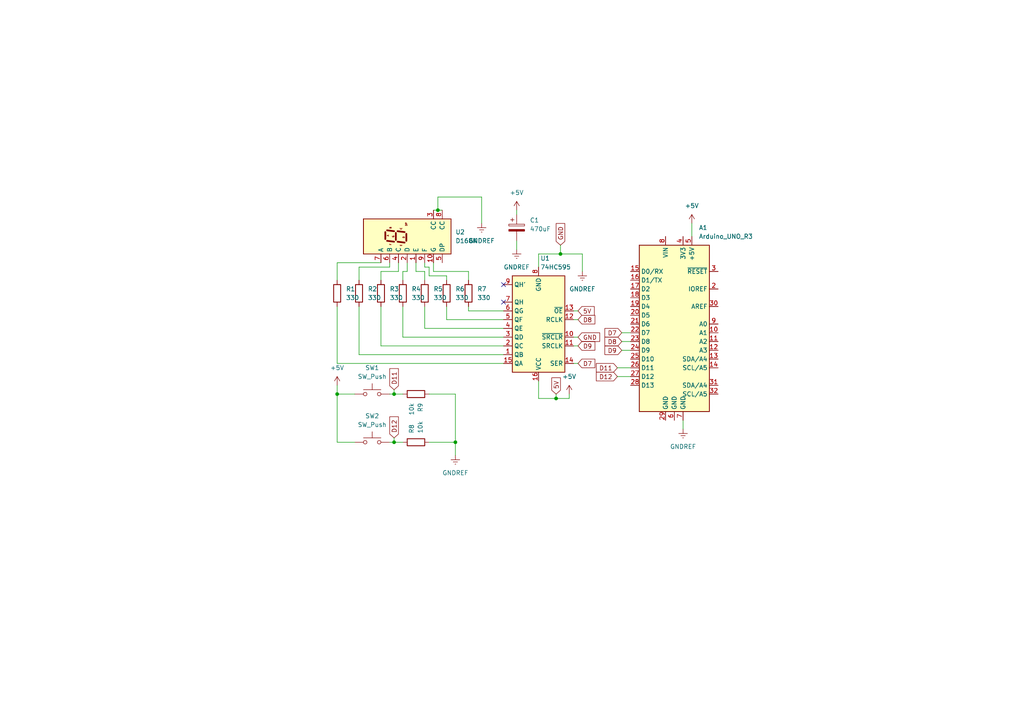
<source format=kicad_sch>
(kicad_sch (version 20211123) (generator eeschema)
  (paper "A4")
  (lib_symbols
    (symbol "74xx:74HC595"
      (property "Reference" "U" (at -7.62 13.97 0))
      (property "Value" "74HC595" (at -7.62 -16.51 0))
      (symbol "74HC595_1_0"
        (pin tri_state line (at 10.16 7.62 180) (length 2.54) (name "QB") (number "1"))
        (pin input line (at -10.16 2.54 0) (length 2.54) (name "~{SRCLR}") (number "10"))
        (pin input line (at -10.16 5.08 0) (length 2.54) (name "SRCLK") (number "11"))
        (pin input line (at -10.16 -2.54 0) (length 2.54) (name "RCLK") (number "12"))
        (pin input line (at -10.16 -5.08 0) (length 2.54) (name "~{OE}") (number "13"))
        (pin input line (at -10.16 10.16 0) (length 2.54) (name "SER") (number "14"))
        (pin tri_state line (at 10.16 10.16 180) (length 2.54) (name "QA") (number "15"))
        (pin power_in line (at 0 15.24 270) (length 2.54) (name "VCC") (number "16"))
        (pin tri_state line (at 10.16 5.08 180) (length 2.54) (name "QC") (number "2"))
        (pin tri_state line (at 10.16 2.54 180) (length 2.54) (name "QD") (number "3"))
        (pin tri_state line (at 10.16 0 180) (length 2.54) (name "QE") (number "4"))
        (pin tri_state line (at 10.16 -2.54 180) (length 2.54) (name "QF") (number "5"))
        (pin tri_state line (at 10.16 -5.08 180) (length 2.54) (name "QG") (number "6"))
        (pin tri_state line (at 10.16 -7.62 180) (length 2.54) (name "QH") (number "7"))
        (pin power_in line (at 0 -17.78 90) (length 2.54) (name "GND") (number "8"))
        (pin output line (at 10.16 -12.7 180) (length 2.54) (name "QH'") (number "9"))
      )
      (symbol "74HC595_1_1"
        (rectangle (start -7.62 12.7) (end 7.62 -15.24) (stroke (width 0.254)) (fill (type background)))
      )
    )
    (symbol "Device:C_Polarized" (pin_numbers hide) (pin_names (offset 0.254))
      (property "Reference" "C" (at 0.635 2.54 0))
      (property "Value" "C_Polarized" (at 0.635 -2.54 0))
      (symbol "C_Polarized_0_1"
        (rectangle (start -2.286 0.508) (end 2.286 1.016))
        (polyline (pts (xy -1.778 2.286) (xy -0.762 2.286)))
        (polyline (pts (xy -1.27 2.794) (xy -1.27 1.778)))
        (rectangle (start 2.286 -0.508) (end -2.286 -1.016) (fill (type outline)))
      )
      (symbol "C_Polarized_1_1"
        (pin passive line (at 0 3.81 270) (length 2.794) (name "~") (number "1"))
        (pin passive line (at 0 -3.81 90) (length 2.794) (name "~") (number "2"))
      )
    )
    (symbol "Device:R" (pin_numbers hide) (pin_names (offset 0))
      (property "Reference" "R" (at 2.032 0 90))
      (property "Value" "R" (at 0 0 90))
      (symbol "R_0_1"
        (rectangle (start -1.016 -2.54) (end 1.016 2.54) (stroke (width 0.254)))
      )
      (symbol "R_1_1"
        (pin passive line (at 0 3.81 270) (length 1.27) (name "~") (number "1"))
        (pin passive line (at 0 -3.81 90) (length 1.27) (name "~") (number "2"))
      )
    )
    (symbol "Display_Character:D168K"
      (property "Reference" "U" (at -2.54 13.97 0))
      (property "Value" "D168K" (at 1.27 13.97 0))
      (symbol "D168K_0_0"
        (text "A" (at 0.254 5.588 0) (effects (font (size 0.508 0.508))))
        (text "B" (at 2.54 4.826 0) (effects (font (size 0.508 0.508))))
        (text "C" (at 2.286 1.778 0) (effects (font (size 0.508 0.508))))
        (text "D" (at -0.254 1.016 0) (effects (font (size 0.508 0.508))))
        (text "DP" (at 3.556 0.254 0) (effects (font (size 0.508 0.508))))
        (text "E" (at -2.54 1.778 0) (effects (font (size 0.508 0.508))))
        (text "F" (at -2.286 4.826 0) (effects (font (size 0.508 0.508))))
        (text "G" (at 0 4.064 0) (effects (font (size 0.508 0.508))))
      )
      (symbol "D168K_0_1"
        (rectangle (start -5.08 12.7) (end 5.08 -12.7) (stroke (width 0.254)) (fill (type background)))
        (polyline (pts (xy -1.524 2.794) (xy -1.778 0.762)) (stroke (width 0.508)))
        (polyline (pts (xy -1.27 0.254) (xy 0.762 0.254)) (stroke (width 0.508)))
        (polyline (pts (xy -1.27 5.842) (xy -1.524 3.81)) (stroke (width 0.508)))
        (polyline (pts (xy -1.016 3.302) (xy 1.016 3.302)) (stroke (width 0.508)))
        (polyline (pts (xy -0.762 6.35) (xy 1.27 6.35)) (stroke (width 0.508)))
        (polyline (pts (xy 1.524 2.794) (xy 1.27 0.762)) (stroke (width 0.508)))
        (polyline (pts (xy 1.778 5.842) (xy 1.524 3.81)) (stroke (width 0.508)))
        (polyline (pts (xy 2.54 0.254) (xy 2.54 0.254)) (stroke (width 0.508)))
      )
      (symbol "D168K_1_1"
        (pin input line (at -7.62 -2.54 0) (length 2.54) (name "E") (number "1"))
        (pin input line (at -7.62 -7.62 0) (length 2.54) (name "G") (number "10"))
        (pin input line (at -7.62 0 0) (length 2.54) (name "D") (number "2"))
        (pin input line (at 7.62 -7.62 180) (length 2.54) (name "CC") (number "3"))
        (pin input line (at -7.62 2.54 0) (length 2.54) (name "C") (number "4"))
        (pin input line (at -7.62 -10.16 0) (length 2.54) (name "DP") (number "5"))
        (pin input line (at -7.62 5.08 0) (length 2.54) (name "B") (number "6"))
        (pin input line (at -7.62 7.62 0) (length 2.54) (name "A") (number "7"))
        (pin input line (at 7.62 -10.16 180) (length 2.54) (name "CC") (number "8"))
        (pin input line (at -7.62 -5.08 0) (length 2.54) (name "F") (number "9"))
      )
    )
    (symbol "MCU_Module:Arduino_UNO_R3"
      (property "Reference" "A" (at -10.16 23.495 0))
      (property "Value" "Arduino_UNO_R3" (at 5.08 -26.67 0))
      (symbol "Arduino_UNO_R3_0_1"
        (rectangle (start -10.16 22.86) (end 10.16 -25.4) (stroke (width 0.254)) (fill (type background)))
      )
      (symbol "Arduino_UNO_R3_1_1"
        (pin no_connect line (at -10.16 -20.32 0) (length 2.54) hide (name "NC") (number "1"))
        (pin bidirectional line (at 12.7 -2.54 180) (length 2.54) (name "A1") (number "10"))
        (pin bidirectional line (at 12.7 -5.08 180) (length 2.54) (name "A2") (number "11"))
        (pin bidirectional line (at 12.7 -7.62 180) (length 2.54) (name "A3") (number "12"))
        (pin bidirectional line (at 12.7 -10.16 180) (length 2.54) (name "SDA/A4") (number "13"))
        (pin bidirectional line (at 12.7 -12.7 180) (length 2.54) (name "SCL/A5") (number "14"))
        (pin bidirectional line (at -12.7 15.24 0) (length 2.54) (name "D0/RX") (number "15"))
        (pin bidirectional line (at -12.7 12.7 0) (length 2.54) (name "D1/TX") (number "16"))
        (pin bidirectional line (at -12.7 10.16 0) (length 2.54) (name "D2") (number "17"))
        (pin bidirectional line (at -12.7 7.62 0) (length 2.54) (name "D3") (number "18"))
        (pin bidirectional line (at -12.7 5.08 0) (length 2.54) (name "D4") (number "19"))
        (pin output line (at 12.7 10.16 180) (length 2.54) (name "IOREF") (number "2"))
        (pin bidirectional line (at -12.7 2.54 0) (length 2.54) (name "D5") (number "20"))
        (pin bidirectional line (at -12.7 0 0) (length 2.54) (name "D6") (number "21"))
        (pin bidirectional line (at -12.7 -2.54 0) (length 2.54) (name "D7") (number "22"))
        (pin bidirectional line (at -12.7 -5.08 0) (length 2.54) (name "D8") (number "23"))
        (pin bidirectional line (at -12.7 -7.62 0) (length 2.54) (name "D9") (number "24"))
        (pin bidirectional line (at -12.7 -10.16 0) (length 2.54) (name "D10") (number "25"))
        (pin bidirectional line (at -12.7 -12.7 0) (length 2.54) (name "D11") (number "26"))
        (pin bidirectional line (at -12.7 -15.24 0) (length 2.54) (name "D12") (number "27"))
        (pin bidirectional line (at -12.7 -17.78 0) (length 2.54) (name "D13") (number "28"))
        (pin power_in line (at -2.54 -27.94 90) (length 2.54) (name "GND") (number "29"))
        (pin input line (at 12.7 15.24 180) (length 2.54) (name "~{RESET}") (number "3"))
        (pin input line (at 12.7 5.08 180) (length 2.54) (name "AREF") (number "30"))
        (pin bidirectional line (at 12.7 -17.78 180) (length 2.54) (name "SDA/A4") (number "31"))
        (pin bidirectional line (at 12.7 -20.32 180) (length 2.54) (name "SCL/A5") (number "32"))
        (pin power_out line (at 2.54 25.4 270) (length 2.54) (name "3V3") (number "4"))
        (pin power_out line (at 5.08 25.4 270) (length 2.54) (name "+5V") (number "5"))
        (pin power_in line (at 0 -27.94 90) (length 2.54) (name "GND") (number "6"))
        (pin power_in line (at 2.54 -27.94 90) (length 2.54) (name "GND") (number "7"))
        (pin power_in line (at -2.54 25.4 270) (length 2.54) (name "VIN") (number "8"))
        (pin bidirectional line (at 12.7 0 180) (length 2.54) (name "A0") (number "9"))
      )
    )
    (symbol "Switch:SW_Push" (pin_numbers hide) (pin_names (offset 1.016) hide)
      (property "Reference" "SW" (at 1.27 2.54 0))
      (property "Value" "SW_Push" (at 0 -1.524 0))
      (symbol "SW_Push_0_1"
        (circle (center -2.032 0) (radius 0.508))
        (polyline (pts (xy 0 1.27) (xy 0 3.048)))
        (polyline (pts (xy 2.54 1.27) (xy -2.54 1.27)))
        (circle (center 2.032 0) (radius 0.508))
        (pin passive line (at -5.08 0 0) (length 2.54) (name "1") (number "1"))
        (pin passive line (at 5.08 0 180) (length 2.54) (name "2") (number "2"))
      )
    )
    (symbol "power:+5V" (power) (pin_names (offset 0))
      (property "Value" "+5V" (at 0 3.556 0))
      (symbol "+5V_0_1"
        (polyline (pts (xy -0.762 1.27) (xy 0 2.54)))
        (polyline (pts (xy 0 0) (xy 0 2.54)))
        (polyline (pts (xy 0 2.54) (xy 0.762 1.27)))
      )
      (symbol "+5V_1_1"
        (pin power_in line (at 0 0 90) (length 0) hide (name "+5V") (number "1"))
      )
    )
    (symbol "power:GNDREF" (power) (pin_names (offset 0))
      (property "Value" "GNDREF" (at 0 -3.81 0))
      (symbol "GNDREF_0_1"
        (polyline (pts (xy -0.635 -1.905) (xy 0.635 -1.905)))
        (polyline (pts (xy -0.127 -2.54) (xy 0.127 -2.54)))
        (polyline (pts (xy 0 -1.27) (xy 0 0)))
        (polyline (pts (xy 1.27 -1.27) (xy -1.27 -1.27)))
      )
      (symbol "GNDREF_1_1"
        (pin power_in line (at 0 0 270) (length 0) hide (name "GNDREF") (number "1"))
      )
    )
  )
  (junction (at 114.3 114.3))
  (junction (at 127 60.96))
  (junction (at 161.29 115.57))
  (junction (at 132.08 128.27))
  (junction (at 97.79 114.3))
  (junction (at 114.3 128.27))
  (junction (at 162.56 73.66))
  (no_connect (at 146.05 87.63))
  (no_connect (at 146.05 82.55))
  (wire (pts (xy 146.05 105.41) (xy 97.79 105.41)))
  (wire (pts (xy 124.46 77.47) (xy 123.19 77.47)))
  (wire (pts (xy 124.46 80.01) (xy 124.46 77.47)))
  (wire (pts (xy 129.54 80.01) (xy 124.46 80.01)))
  (wire (pts (xy 97.79 81.28) (xy 97.79 76.2)))
  (wire (pts (xy 116.84 81.28) (xy 116.84 78.74)))
  (wire (pts (xy 123.19 81.28) (xy 123.19 78.74)))
  (wire (pts (xy 114.3 113.03) (xy 114.3 114.3)))
  (wire (pts (xy 146.05 92.71) (xy 129.54 92.71)))
  (wire (pts (xy 110.49 78.74) (xy 115.57 78.74)))
  (wire (pts (xy 97.79 114.3) (xy 102.87 114.3)))
  (wire (pts (xy 116.84 78.74) (xy 118.11 78.74)))
  (wire (pts (xy 114.3 128.27) (xy 116.84 128.27)))
  (wire (pts (xy 156.21 110.49) (xy 156.21 115.57)))
  (wire (pts (xy 104.14 81.28) (xy 104.14 77.47)))
  (wire (pts (xy 180.34 101.6) (xy 182.88 101.6)))
  (wire (pts (xy 104.14 88.9) (xy 104.14 102.87)))
  (wire (pts (xy 149.86 69.85) (xy 149.86 72.39)))
  (wire (pts (xy 165.1 115.57) (xy 165.1 114.3)))
  (wire (pts (xy 124.46 128.27) (xy 132.08 128.27)))
  (wire (pts (xy 139.7 57.15) (xy 139.7 64.77)))
  (wire (pts (xy 132.08 114.3) (xy 132.08 128.27)))
  (wire (pts (xy 161.29 114.3) (xy 161.29 115.57)))
  (wire (pts (xy 124.46 114.3) (xy 132.08 114.3)))
  (wire (pts (xy 198.12 121.92) (xy 198.12 124.46)))
  (wire (pts (xy 123.19 88.9) (xy 123.19 95.25)))
  (wire (pts (xy 120.65 78.74) (xy 120.65 76.2)))
  (wire (pts (xy 113.03 114.3) (xy 114.3 114.3)))
  (wire (pts (xy 168.91 73.66) (xy 168.91 78.74)))
  (wire (pts (xy 180.34 99.06) (xy 182.88 99.06)))
  (wire (pts (xy 132.08 128.27) (xy 132.08 132.08)))
  (wire (pts (xy 125.73 76.2) (xy 125.73 78.74)))
  (wire (pts (xy 115.57 76.2) (xy 115.57 78.74)))
  (wire (pts (xy 123.19 77.47) (xy 123.19 76.2)))
  (wire (pts (xy 156.21 115.57) (xy 161.29 115.57)))
  (wire (pts (xy 162.56 71.12) (xy 162.56 73.66)))
  (wire (pts (xy 146.05 100.33) (xy 110.49 100.33)))
  (wire (pts (xy 146.05 97.79) (xy 116.84 97.79)))
  (wire (pts (xy 97.79 76.2) (xy 110.49 76.2)))
  (wire (pts (xy 166.37 92.71) (xy 167.64 92.71)))
  (wire (pts (xy 127 60.96) (xy 128.27 60.96)))
  (wire (pts (xy 156.21 73.66) (xy 162.56 73.66)))
  (wire (pts (xy 166.37 105.41) (xy 167.64 105.41)))
  (wire (pts (xy 129.54 81.28) (xy 129.54 80.01)))
  (wire (pts (xy 97.79 114.3) (xy 97.79 128.27)))
  (wire (pts (xy 166.37 97.79) (xy 167.64 97.79)))
  (wire (pts (xy 179.07 106.68) (xy 182.88 106.68)))
  (wire (pts (xy 135.89 88.9) (xy 135.89 90.17)))
  (wire (pts (xy 110.49 81.28) (xy 110.49 78.74)))
  (wire (pts (xy 162.56 73.66) (xy 168.91 73.66)))
  (wire (pts (xy 127 57.15) (xy 127 60.96)))
  (wire (pts (xy 180.34 96.52) (xy 182.88 96.52)))
  (wire (pts (xy 127 57.15) (xy 139.7 57.15)))
  (wire (pts (xy 125.73 78.74) (xy 135.89 78.74)))
  (wire (pts (xy 135.89 78.74) (xy 135.89 81.28)))
  (wire (pts (xy 114.3 127) (xy 114.3 128.27)))
  (wire (pts (xy 97.79 111.76) (xy 97.79 114.3)))
  (wire (pts (xy 146.05 95.25) (xy 123.19 95.25)))
  (wire (pts (xy 129.54 88.9) (xy 129.54 92.71)))
  (wire (pts (xy 118.11 76.2) (xy 118.11 78.74)))
  (wire (pts (xy 113.03 76.2) (xy 113.03 77.47)))
  (wire (pts (xy 125.73 60.96) (xy 127 60.96)))
  (wire (pts (xy 200.66 64.77) (xy 200.66 68.58)))
  (wire (pts (xy 113.03 128.27) (xy 114.3 128.27)))
  (wire (pts (xy 161.29 115.57) (xy 165.1 115.57)))
  (wire (pts (xy 166.37 90.17) (xy 167.64 90.17)))
  (wire (pts (xy 116.84 97.79) (xy 116.84 88.9)))
  (wire (pts (xy 114.3 114.3) (xy 116.84 114.3)))
  (wire (pts (xy 149.86 60.96) (xy 149.86 62.23)))
  (wire (pts (xy 123.19 78.74) (xy 120.65 78.74)))
  (wire (pts (xy 104.14 77.47) (xy 113.03 77.47)))
  (wire (pts (xy 110.49 88.9) (xy 110.49 100.33)))
  (wire (pts (xy 146.05 90.17) (xy 135.89 90.17)))
  (wire (pts (xy 156.21 77.47) (xy 156.21 73.66)))
  (wire (pts (xy 166.37 100.33) (xy 167.64 100.33)))
  (wire (pts (xy 97.79 105.41) (xy 97.79 88.9)))
  (wire (pts (xy 179.07 109.22) (xy 182.88 109.22)))
  (wire (pts (xy 97.79 128.27) (xy 102.87 128.27)))
  (wire (pts (xy 146.05 102.87) (xy 104.14 102.87)))
  (global_label "D9" (shape input) (at 167.64 100.33 0) (property "Referencias entre hojas" "${INTERSHEET_REFS}" (effects hide)))
  (global_label "D8" (shape input) (at 180.34 99.06 180) (property "Referencias entre hojas" "${INTERSHEET_REFS}" (effects hide)))
  (global_label "D12" (shape input) (at 114.3 127 90) (property "Referencias entre hojas" "${INTERSHEET_REFS}" (effects hide)))
  (global_label "5V" (shape input) (at 161.29 114.3 90) (property "Referencias entre hojas" "${INTERSHEET_REFS}" (effects hide)))
  (global_label "D7" (shape input) (at 180.34 96.52 180) (property "Referencias entre hojas" "${INTERSHEET_REFS}" (effects hide)))
  (global_label "GND" (shape input) (at 162.56 71.12 90) (property "Referencias entre hojas" "${INTERSHEET_REFS}" (effects hide)))
  (global_label "D11" (shape input) (at 114.3 113.03 90) (property "Referencias entre hojas" "${INTERSHEET_REFS}" (effects hide)))
  (global_label "5V" (shape input) (at 167.64 90.17 0) (property "Referencias entre hojas" "${INTERSHEET_REFS}" (effects hide)))
  (global_label "D9" (shape input) (at 180.34 101.6 180) (property "Referencias entre hojas" "${INTERSHEET_REFS}" (effects hide)))
  (global_label "D11" (shape input) (at 179.07 106.68 180) (property "Referencias entre hojas" "${INTERSHEET_REFS}" (effects hide)))
  (global_label "D7" (shape input) (at 167.64 105.41 0) (property "Referencias entre hojas" "${INTERSHEET_REFS}" (effects hide)))
  (global_label "D8" (shape input) (at 167.64 92.71 0) (property "Referencias entre hojas" "${INTERSHEET_REFS}" (effects hide)))
  (global_label "GND" (shape input) (at 167.64 97.79 0) (property "Referencias entre hojas" "${INTERSHEET_REFS}" (effects hide)))
  (global_label "D12" (shape input) (at 179.07 109.22 180) (property "Referencias entre hojas" "${INTERSHEET_REFS}" (effects hide)))
  (symbol (lib_id "power:GNDREF") (at 168.91 78.74 0) (unit 1)
    (property "Reference" "#PWR?" (effects hide))
    (property "Value" "GNDREF" (at 168.91 83.82 0))
  )
  (symbol (lib_id "power:GNDREF") (at 149.86 72.39 0) (unit 1)
    (property "Reference" "#PWR?" (effects hide))
    (property "Value" "GNDREF" (at 149.86 77.47 0))
  )
  (symbol (lib_id "power:+5V") (at 149.86 60.96 0) (unit 1)
    (property "Reference" "#PWR?" (effects hide))
    (property "Value" "+5V" (at 149.86 55.88 0))
  )
  (symbol (lib_id "Device:R") (at 110.49 85.09 180) (unit 1)
    (property "Reference" "R3" (at 113.03 83.8199 0) (effects (justify right)))
    (property "Value" "330" (at 113.03 86.3599 0) (effects (justify right)))
  )
  (symbol (lib_id "Device:R") (at 116.84 85.09 180) (unit 1)
    (property "Reference" "R4" (at 119.38 83.8199 0) (effects (justify right)))
    (property "Value" "330" (at 119.38 86.3599 0) (effects (justify right)))
  )
  (symbol (lib_id "Device:R") (at 120.65 114.3 270) (unit 1)
    (property "Reference" "R9" (at 121.9201 116.84 0) (effects (justify left)))
    (property "Value" "10k" (at 119.38 116.84 0) (effects (justify left)))
  )
  (symbol (lib_id "power:+5V") (at 200.66 64.77 0) (unit 1)
    (property "Reference" "#PWR?" (effects hide))
    (property "Value" "+5V" (at 200.66 59.69 0))
  )
  (symbol (lib_id "power:+5V") (at 97.79 111.76 0) (unit 1)
    (property "Reference" "#PWR?" (effects hide))
    (property "Value" "+5V" (at 97.79 106.68 0))
  )
  (symbol (lib_id "Device:C_Polarized") (at 149.86 66.04 0) (unit 1)
    (property "Reference" "C1" (at 153.67 63.8809 0) (effects (justify left)))
    (property "Value" "470uF" (at 153.67 66.4209 0) (effects (justify left)))
  )
  (symbol (lib_id "power:+5V") (at 165.1 114.3 0) (unit 1)
    (property "Reference" "#PWR?" (effects hide))
    (property "Value" "+5V" (at 165.1 109.22 0))
  )
  (symbol (lib_id "power:GNDREF") (at 198.12 124.46 0) (unit 1)
    (property "Reference" "#PWR?" (effects hide))
    (property "Value" "GNDREF" (at 198.12 129.54 0))
  )
  (symbol (lib_id "Switch:SW_Push") (at 107.95 114.3 0) (unit 1)
    (property "Reference" "SW1" (at 107.95 106.68 0))
    (property "Value" "SW_Push" (at 107.95 109.22 0))
  )
  (symbol (lib_id "Device:R") (at 120.65 128.27 90) (unit 1)
    (property "Reference" "R8" (at 119.3799 125.73 0) (effects (justify left)))
    (property "Value" "10k" (at 121.92 125.73 0) (effects (justify left)))
  )
  (symbol (lib_id "Device:R") (at 135.89 85.09 0) (unit 1)
    (property "Reference" "R7" (at 138.43 83.8199 0) (effects (justify left)))
    (property "Value" "330" (at 138.43 86.3599 0) (effects (justify left)))
  )
  (symbol (lib_id "power:GNDREF") (at 139.7 64.77 0) (unit 1)
    (property "Reference" "#PWR?" (effects hide))
    (property "Value" "GNDREF" (at 139.7 69.85 0))
  )
  (symbol (lib_id "Device:R") (at 104.14 85.09 180) (unit 1)
    (property "Reference" "R2" (at 106.68 83.8199 0) (effects (justify right)))
    (property "Value" "330" (at 106.68 86.3599 0) (effects (justify right)))
  )
  (symbol (lib_id "Device:R") (at 129.54 85.09 180) (unit 1)
    (property "Reference" "R6" (at 132.08 83.8199 0) (effects (justify right)))
    (property "Value" "330" (at 132.08 86.3599 0) (effects (justify right)))
  )
  (symbol (lib_id "Display_Character:D168K") (at 118.11 68.58 90) (unit 1)
    (property "Reference" "U2" (at 132.08 67.3099 90) (effects (justify right)))
    (property "Value" "D168K" (at 132.08 69.8499 90) (effects (justify right)))
    (property "Footprint" "Display_7Segment:D1X8K" (effects hide))
    (property "Datasheet" "https://ia800903.us.archive.org/24/items/CTKD1x8K/Cromatek%20D168K.pdf" (effects hide))
  )
  (symbol (lib_id "MCU_Module:Arduino_UNO_R3") (at 195.58 93.98 0) (unit 1)
    (property "Reference" "A1" (at 202.6794 66.04 0) (effects (justify left)))
    (property "Value" "Arduino_UNO_R3" (at 202.6794 68.58 0) (effects (justify left)))
    (property "Footprint" "Module:Arduino_UNO_R3" (effects hide))
    (property "Datasheet" "https://www.arduino.cc/en/Main/arduinoBoardUno" (effects hide))
  )
  (symbol (lib_id "Switch:SW_Push") (at 107.95 128.27 0) (unit 1)
    (property "Reference" "SW2" (at 107.95 120.65 0))
    (property "Value" "SW_Push" (at 107.95 123.19 0))
  )
  (symbol (lib_id "74xx:74HC595") (at 156.21 95.25 180) (unit 1)
    (property "Reference" "U1" (at 156.7306 74.93 0) (effects (justify right)))
    (property "Value" "74HC595" (at 156.7306 77.47 0) (effects (justify right)))
    (property "Datasheet" "http://www.ti.com/lit/ds/symlink/sn74hc595.pdf" (effects hide))
  )
  (symbol (lib_id "power:GNDREF") (at 132.08 132.08 0) (unit 1)
    (property "Reference" "#PWR?" (effects hide))
    (property "Value" "GNDREF" (at 132.08 137.16 0))
  )
  (symbol (lib_id "Device:R") (at 123.19 85.09 180) (unit 1)
    (property "Reference" "R5" (at 125.73 83.8199 0) (effects (justify right)))
    (property "Value" "330" (at 125.73 86.3599 0) (effects (justify right)))
  )
  (symbol (lib_id "Device:R") (at 97.79 85.09 0) (unit 1)
    (property "Reference" "R1" (at 100.33 83.8199 0) (effects (justify left)))
    (property "Value" "330" (at 100.33 86.36 0) (effects (justify left)))
  )
)
</source>
